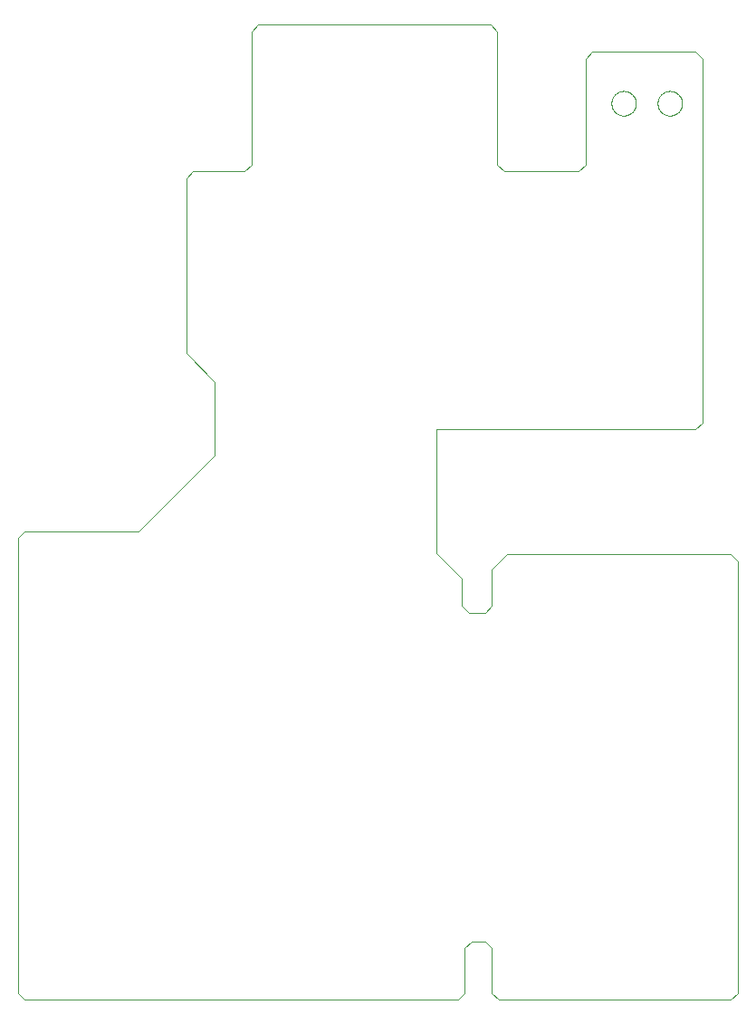
<source format=gko>
G75*
%MOIN*%
%OFA0B0*%
%FSLAX25Y25*%
%IPPOS*%
%LPD*%
%AMOC8*
5,1,8,0,0,1.08239X$1,22.5*
%
%ADD10C,0.00000*%
D10*
X0005833Y0030833D02*
X0003333Y0033333D01*
X0003333Y0200833D01*
X0005833Y0203333D01*
X0047833Y0203333D01*
X0075833Y0231333D01*
X0075833Y0258333D01*
X0065333Y0268833D01*
X0065333Y0333333D01*
X0067833Y0335833D01*
X0086833Y0335833D01*
X0089333Y0338333D01*
X0089333Y0387333D01*
X0091833Y0389833D01*
X0177333Y0389833D01*
X0179833Y0387333D01*
X0179833Y0338333D01*
X0182333Y0335833D01*
X0209833Y0335833D01*
X0212333Y0338333D01*
X0212333Y0377333D01*
X0214833Y0379833D01*
X0252833Y0379833D01*
X0255333Y0377333D01*
X0255333Y0243333D01*
X0252833Y0240833D01*
X0157333Y0240833D01*
X0157333Y0195333D01*
X0166833Y0185833D01*
X0166833Y0175833D01*
X0169333Y0173333D01*
X0175333Y0173333D01*
X0177833Y0175833D01*
X0177833Y0189333D01*
X0183333Y0194833D01*
X0265833Y0194833D01*
X0268333Y0192333D01*
X0268333Y0033333D01*
X0265833Y0030833D01*
X0180333Y0030833D01*
X0177833Y0033333D01*
X0177833Y0049833D01*
X0175333Y0052333D01*
X0170333Y0052333D01*
X0167833Y0049833D01*
X0167833Y0033333D01*
X0165333Y0030833D01*
X0005833Y0030833D01*
X0221805Y0360833D02*
X0221807Y0360967D01*
X0221813Y0361101D01*
X0221823Y0361235D01*
X0221837Y0361369D01*
X0221855Y0361502D01*
X0221876Y0361634D01*
X0221902Y0361766D01*
X0221932Y0361897D01*
X0221965Y0362027D01*
X0222002Y0362155D01*
X0222044Y0362283D01*
X0222088Y0362410D01*
X0222137Y0362535D01*
X0222189Y0362658D01*
X0222245Y0362780D01*
X0222305Y0362901D01*
X0222368Y0363019D01*
X0222434Y0363136D01*
X0222504Y0363250D01*
X0222577Y0363363D01*
X0222654Y0363473D01*
X0222734Y0363581D01*
X0222817Y0363686D01*
X0222903Y0363789D01*
X0222992Y0363889D01*
X0223084Y0363987D01*
X0223179Y0364082D01*
X0223277Y0364174D01*
X0223377Y0364263D01*
X0223480Y0364349D01*
X0223585Y0364432D01*
X0223693Y0364512D01*
X0223803Y0364589D01*
X0223916Y0364662D01*
X0224030Y0364732D01*
X0224147Y0364798D01*
X0224265Y0364861D01*
X0224386Y0364921D01*
X0224508Y0364977D01*
X0224631Y0365029D01*
X0224756Y0365078D01*
X0224883Y0365122D01*
X0225011Y0365164D01*
X0225139Y0365201D01*
X0225269Y0365234D01*
X0225400Y0365264D01*
X0225532Y0365290D01*
X0225664Y0365311D01*
X0225797Y0365329D01*
X0225931Y0365343D01*
X0226065Y0365353D01*
X0226199Y0365359D01*
X0226333Y0365361D01*
X0226467Y0365359D01*
X0226601Y0365353D01*
X0226735Y0365343D01*
X0226869Y0365329D01*
X0227002Y0365311D01*
X0227134Y0365290D01*
X0227266Y0365264D01*
X0227397Y0365234D01*
X0227527Y0365201D01*
X0227655Y0365164D01*
X0227783Y0365122D01*
X0227910Y0365078D01*
X0228035Y0365029D01*
X0228158Y0364977D01*
X0228280Y0364921D01*
X0228401Y0364861D01*
X0228519Y0364798D01*
X0228636Y0364732D01*
X0228750Y0364662D01*
X0228863Y0364589D01*
X0228973Y0364512D01*
X0229081Y0364432D01*
X0229186Y0364349D01*
X0229289Y0364263D01*
X0229389Y0364174D01*
X0229487Y0364082D01*
X0229582Y0363987D01*
X0229674Y0363889D01*
X0229763Y0363789D01*
X0229849Y0363686D01*
X0229932Y0363581D01*
X0230012Y0363473D01*
X0230089Y0363363D01*
X0230162Y0363250D01*
X0230232Y0363136D01*
X0230298Y0363019D01*
X0230361Y0362901D01*
X0230421Y0362780D01*
X0230477Y0362658D01*
X0230529Y0362535D01*
X0230578Y0362410D01*
X0230622Y0362283D01*
X0230664Y0362155D01*
X0230701Y0362027D01*
X0230734Y0361897D01*
X0230764Y0361766D01*
X0230790Y0361634D01*
X0230811Y0361502D01*
X0230829Y0361369D01*
X0230843Y0361235D01*
X0230853Y0361101D01*
X0230859Y0360967D01*
X0230861Y0360833D01*
X0230859Y0360699D01*
X0230853Y0360565D01*
X0230843Y0360431D01*
X0230829Y0360297D01*
X0230811Y0360164D01*
X0230790Y0360032D01*
X0230764Y0359900D01*
X0230734Y0359769D01*
X0230701Y0359639D01*
X0230664Y0359511D01*
X0230622Y0359383D01*
X0230578Y0359256D01*
X0230529Y0359131D01*
X0230477Y0359008D01*
X0230421Y0358886D01*
X0230361Y0358765D01*
X0230298Y0358647D01*
X0230232Y0358530D01*
X0230162Y0358416D01*
X0230089Y0358303D01*
X0230012Y0358193D01*
X0229932Y0358085D01*
X0229849Y0357980D01*
X0229763Y0357877D01*
X0229674Y0357777D01*
X0229582Y0357679D01*
X0229487Y0357584D01*
X0229389Y0357492D01*
X0229289Y0357403D01*
X0229186Y0357317D01*
X0229081Y0357234D01*
X0228973Y0357154D01*
X0228863Y0357077D01*
X0228750Y0357004D01*
X0228636Y0356934D01*
X0228519Y0356868D01*
X0228401Y0356805D01*
X0228280Y0356745D01*
X0228158Y0356689D01*
X0228035Y0356637D01*
X0227910Y0356588D01*
X0227783Y0356544D01*
X0227655Y0356502D01*
X0227527Y0356465D01*
X0227397Y0356432D01*
X0227266Y0356402D01*
X0227134Y0356376D01*
X0227002Y0356355D01*
X0226869Y0356337D01*
X0226735Y0356323D01*
X0226601Y0356313D01*
X0226467Y0356307D01*
X0226333Y0356305D01*
X0226199Y0356307D01*
X0226065Y0356313D01*
X0225931Y0356323D01*
X0225797Y0356337D01*
X0225664Y0356355D01*
X0225532Y0356376D01*
X0225400Y0356402D01*
X0225269Y0356432D01*
X0225139Y0356465D01*
X0225011Y0356502D01*
X0224883Y0356544D01*
X0224756Y0356588D01*
X0224631Y0356637D01*
X0224508Y0356689D01*
X0224386Y0356745D01*
X0224265Y0356805D01*
X0224147Y0356868D01*
X0224030Y0356934D01*
X0223916Y0357004D01*
X0223803Y0357077D01*
X0223693Y0357154D01*
X0223585Y0357234D01*
X0223480Y0357317D01*
X0223377Y0357403D01*
X0223277Y0357492D01*
X0223179Y0357584D01*
X0223084Y0357679D01*
X0222992Y0357777D01*
X0222903Y0357877D01*
X0222817Y0357980D01*
X0222734Y0358085D01*
X0222654Y0358193D01*
X0222577Y0358303D01*
X0222504Y0358416D01*
X0222434Y0358530D01*
X0222368Y0358647D01*
X0222305Y0358765D01*
X0222245Y0358886D01*
X0222189Y0359008D01*
X0222137Y0359131D01*
X0222088Y0359256D01*
X0222044Y0359383D01*
X0222002Y0359511D01*
X0221965Y0359639D01*
X0221932Y0359769D01*
X0221902Y0359900D01*
X0221876Y0360032D01*
X0221855Y0360164D01*
X0221837Y0360297D01*
X0221823Y0360431D01*
X0221813Y0360565D01*
X0221807Y0360699D01*
X0221805Y0360833D01*
X0238805Y0360833D02*
X0238807Y0360967D01*
X0238813Y0361101D01*
X0238823Y0361235D01*
X0238837Y0361369D01*
X0238855Y0361502D01*
X0238876Y0361634D01*
X0238902Y0361766D01*
X0238932Y0361897D01*
X0238965Y0362027D01*
X0239002Y0362155D01*
X0239044Y0362283D01*
X0239088Y0362410D01*
X0239137Y0362535D01*
X0239189Y0362658D01*
X0239245Y0362780D01*
X0239305Y0362901D01*
X0239368Y0363019D01*
X0239434Y0363136D01*
X0239504Y0363250D01*
X0239577Y0363363D01*
X0239654Y0363473D01*
X0239734Y0363581D01*
X0239817Y0363686D01*
X0239903Y0363789D01*
X0239992Y0363889D01*
X0240084Y0363987D01*
X0240179Y0364082D01*
X0240277Y0364174D01*
X0240377Y0364263D01*
X0240480Y0364349D01*
X0240585Y0364432D01*
X0240693Y0364512D01*
X0240803Y0364589D01*
X0240916Y0364662D01*
X0241030Y0364732D01*
X0241147Y0364798D01*
X0241265Y0364861D01*
X0241386Y0364921D01*
X0241508Y0364977D01*
X0241631Y0365029D01*
X0241756Y0365078D01*
X0241883Y0365122D01*
X0242011Y0365164D01*
X0242139Y0365201D01*
X0242269Y0365234D01*
X0242400Y0365264D01*
X0242532Y0365290D01*
X0242664Y0365311D01*
X0242797Y0365329D01*
X0242931Y0365343D01*
X0243065Y0365353D01*
X0243199Y0365359D01*
X0243333Y0365361D01*
X0243467Y0365359D01*
X0243601Y0365353D01*
X0243735Y0365343D01*
X0243869Y0365329D01*
X0244002Y0365311D01*
X0244134Y0365290D01*
X0244266Y0365264D01*
X0244397Y0365234D01*
X0244527Y0365201D01*
X0244655Y0365164D01*
X0244783Y0365122D01*
X0244910Y0365078D01*
X0245035Y0365029D01*
X0245158Y0364977D01*
X0245280Y0364921D01*
X0245401Y0364861D01*
X0245519Y0364798D01*
X0245636Y0364732D01*
X0245750Y0364662D01*
X0245863Y0364589D01*
X0245973Y0364512D01*
X0246081Y0364432D01*
X0246186Y0364349D01*
X0246289Y0364263D01*
X0246389Y0364174D01*
X0246487Y0364082D01*
X0246582Y0363987D01*
X0246674Y0363889D01*
X0246763Y0363789D01*
X0246849Y0363686D01*
X0246932Y0363581D01*
X0247012Y0363473D01*
X0247089Y0363363D01*
X0247162Y0363250D01*
X0247232Y0363136D01*
X0247298Y0363019D01*
X0247361Y0362901D01*
X0247421Y0362780D01*
X0247477Y0362658D01*
X0247529Y0362535D01*
X0247578Y0362410D01*
X0247622Y0362283D01*
X0247664Y0362155D01*
X0247701Y0362027D01*
X0247734Y0361897D01*
X0247764Y0361766D01*
X0247790Y0361634D01*
X0247811Y0361502D01*
X0247829Y0361369D01*
X0247843Y0361235D01*
X0247853Y0361101D01*
X0247859Y0360967D01*
X0247861Y0360833D01*
X0247859Y0360699D01*
X0247853Y0360565D01*
X0247843Y0360431D01*
X0247829Y0360297D01*
X0247811Y0360164D01*
X0247790Y0360032D01*
X0247764Y0359900D01*
X0247734Y0359769D01*
X0247701Y0359639D01*
X0247664Y0359511D01*
X0247622Y0359383D01*
X0247578Y0359256D01*
X0247529Y0359131D01*
X0247477Y0359008D01*
X0247421Y0358886D01*
X0247361Y0358765D01*
X0247298Y0358647D01*
X0247232Y0358530D01*
X0247162Y0358416D01*
X0247089Y0358303D01*
X0247012Y0358193D01*
X0246932Y0358085D01*
X0246849Y0357980D01*
X0246763Y0357877D01*
X0246674Y0357777D01*
X0246582Y0357679D01*
X0246487Y0357584D01*
X0246389Y0357492D01*
X0246289Y0357403D01*
X0246186Y0357317D01*
X0246081Y0357234D01*
X0245973Y0357154D01*
X0245863Y0357077D01*
X0245750Y0357004D01*
X0245636Y0356934D01*
X0245519Y0356868D01*
X0245401Y0356805D01*
X0245280Y0356745D01*
X0245158Y0356689D01*
X0245035Y0356637D01*
X0244910Y0356588D01*
X0244783Y0356544D01*
X0244655Y0356502D01*
X0244527Y0356465D01*
X0244397Y0356432D01*
X0244266Y0356402D01*
X0244134Y0356376D01*
X0244002Y0356355D01*
X0243869Y0356337D01*
X0243735Y0356323D01*
X0243601Y0356313D01*
X0243467Y0356307D01*
X0243333Y0356305D01*
X0243199Y0356307D01*
X0243065Y0356313D01*
X0242931Y0356323D01*
X0242797Y0356337D01*
X0242664Y0356355D01*
X0242532Y0356376D01*
X0242400Y0356402D01*
X0242269Y0356432D01*
X0242139Y0356465D01*
X0242011Y0356502D01*
X0241883Y0356544D01*
X0241756Y0356588D01*
X0241631Y0356637D01*
X0241508Y0356689D01*
X0241386Y0356745D01*
X0241265Y0356805D01*
X0241147Y0356868D01*
X0241030Y0356934D01*
X0240916Y0357004D01*
X0240803Y0357077D01*
X0240693Y0357154D01*
X0240585Y0357234D01*
X0240480Y0357317D01*
X0240377Y0357403D01*
X0240277Y0357492D01*
X0240179Y0357584D01*
X0240084Y0357679D01*
X0239992Y0357777D01*
X0239903Y0357877D01*
X0239817Y0357980D01*
X0239734Y0358085D01*
X0239654Y0358193D01*
X0239577Y0358303D01*
X0239504Y0358416D01*
X0239434Y0358530D01*
X0239368Y0358647D01*
X0239305Y0358765D01*
X0239245Y0358886D01*
X0239189Y0359008D01*
X0239137Y0359131D01*
X0239088Y0359256D01*
X0239044Y0359383D01*
X0239002Y0359511D01*
X0238965Y0359639D01*
X0238932Y0359769D01*
X0238902Y0359900D01*
X0238876Y0360032D01*
X0238855Y0360164D01*
X0238837Y0360297D01*
X0238823Y0360431D01*
X0238813Y0360565D01*
X0238807Y0360699D01*
X0238805Y0360833D01*
M02*

</source>
